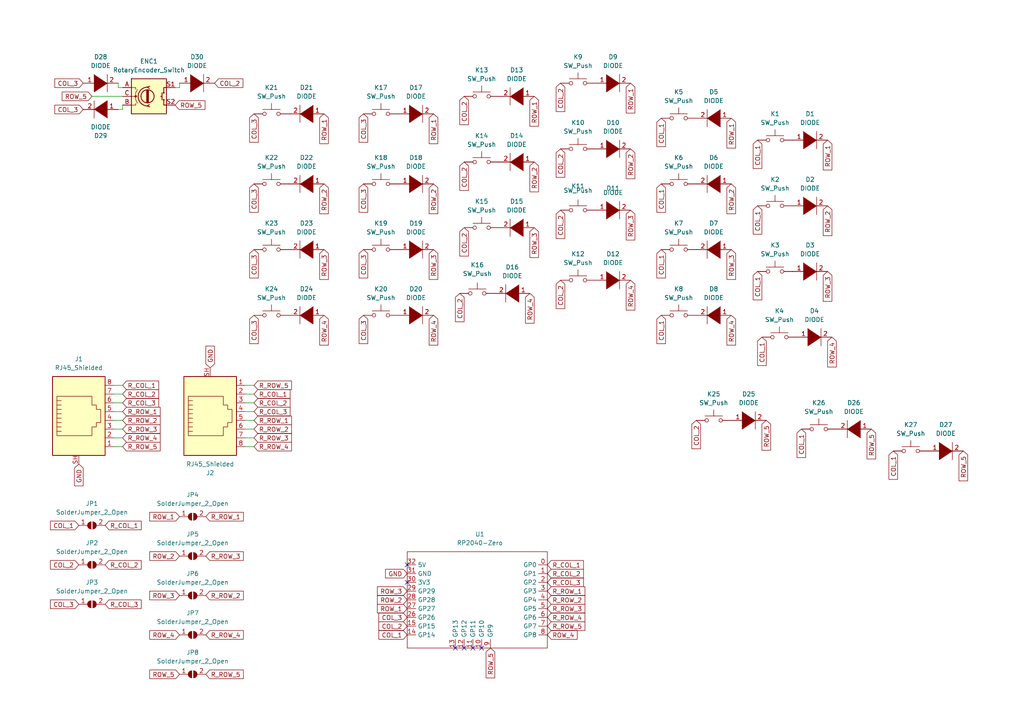
<source format=kicad_sch>
(kicad_sch (version 20231120) (generator "eeschema") (generator_version "8.0")
  (paper "A4")
  (title_block (title "wetsocks64k") (rev "2") (company "Ecto"))
  (lib_symbols
    (symbol "$custom_symbols:RJ45_Shielded" (pin_names (offset 1.016))
      (property "Reference" "J" (at 0 17.78 0))
      (property "Value" "RJ45_Shielded" (at 0 15.24 0))
      (symbol "RJ45_Shielded_0_1"
        (rectangle (start -7.62 12.7) (end 7.62 -10.16) (stroke (width 0.254)) (fill (type background)))
        (polyline (pts (xy -5.08 4.445) (xy -6.35 4.445)))
        (polyline (pts (xy -5.08 5.715) (xy -6.35 5.715)))
        (polyline (pts (xy -6.35 -3.175) (xy -5.08 -3.175) (xy -5.08 -3.175)))
        (polyline (pts (xy -6.35 -1.905) (xy -5.08 -1.905) (xy -5.08 -1.905)))
        (polyline (pts (xy -6.35 -0.635) (xy -5.08 -0.635) (xy -5.08 -0.635)))
        (polyline (pts (xy -6.35 0.635) (xy -5.08 0.635) (xy -5.08 0.635)))
        (polyline (pts (xy -6.35 1.905) (xy -5.08 1.905) (xy -5.08 1.905)))
        (polyline (pts (xy -5.08 3.175) (xy -6.35 3.175) (xy -6.35 3.175)))
        (polyline (pts (xy -6.35 -4.445) (xy -6.35 6.985) (xy 3.81 6.985) (xy 3.81 4.445) (xy 5.08 4.445) (xy 5.08 3.175) (xy 6.35 3.175) (xy 6.35 -0.635) (xy 5.08 -0.635) (xy 5.08 -1.905) (xy 3.81 -1.905) (xy 3.81 -4.445) (xy -6.35 -4.445) (xy -6.35 -4.445)))
      )
      (symbol "RJ45_Shielded_1_1"
        (pin passive line (at 10.16 -7.62 180) (length 2.54) (name "~") (number "1"))
        (pin passive line (at 10.16 -5.08 180) (length 2.54) (name "~") (number "2"))
        (pin passive line (at 10.16 -2.54 180) (length 2.54) (name "~") (number "3"))
        (pin passive line (at 10.16 0 180) (length 2.54) (name "~") (number "4"))
        (pin passive line (at 10.16 2.54 180) (length 2.54) (name "~") (number "5"))
        (pin passive line (at 10.16 5.08 180) (length 2.54) (name "~") (number "6"))
        (pin passive line (at 10.16 7.62 180) (length 2.54) (name "~") (number "7"))
        (pin passive line (at 10.16 10.16 180) (length 2.54) (name "~") (number "8"))
        (pin passive line (at 0 -12.7 90) (length 2.54) (name "~") (number "SH"))
      )
    )
    (symbol "DIODE_1" (pin_names (offset 1.016) hide)
      (property "Reference" "D24" (at 0 7.62 0))
      (property "Value" "DIODE" (at 0 5.08 0))
      (symbol "DIODE_1_0_1"
        (polyline (pts (xy 1.905 2.54) (xy 1.905 -2.54)))
        (polyline (pts (xy -1.905 2.54) (xy -1.905 -2.54) (xy 1.905 0)) (fill (type outline)))
      )
      (symbol "DIODE_1_1_1"
        (pin input line (at -5.08 0 0) (length 3.81) (name "K") (number "1"))
        (pin input line (at 5.08 0 180) (length 3.81) (name "A") (number "2"))
      )
    )
    (symbol "Device:RotaryEncoder_Switch" (pin_names (offset 0.254) hide)
      (property "Reference" "ENC1" (at 0 10.16 0))
      (property "Value" "RotaryEncoder_Switch" (at 0 7.62 0))
      (symbol "RotaryEncoder_Switch_0_1"
        (rectangle (start -5.08 5.08) (end 5.08 -5.08) (stroke (width 0.254)) (fill (type background)))
        (circle (center -3.81 0) (radius 0.254) (fill (type outline)))
        (circle (center -0.381 0) (radius 1.905) (stroke (width 0.254)))
        (arc (start -0.381 2.667) (mid -3.0988 -0.0635) (end -0.381 -2.794) (stroke (width 0.254)))
        (polyline (pts (xy -0.635 -1.778) (xy -0.635 1.778)) (stroke (width 0.254)))
        (polyline (pts (xy -0.381 -1.778) (xy -0.381 1.778)) (stroke (width 0.254)))
        (polyline (pts (xy -0.127 1.778) (xy -0.127 -1.778)) (stroke (width 0.254)))
        (polyline (pts (xy 3.81 0) (xy 3.429 0)) (stroke (width 0.254)))
        (polyline (pts (xy 3.81 1.016) (xy 3.81 -1.016)) (stroke (width 0.254)))
        (polyline (pts (xy -5.08 -2.54) (xy -3.81 -2.54) (xy -3.81 -2.032)))
        (polyline (pts (xy -5.08 2.54) (xy -3.81 2.54) (xy -3.81 2.032)))
        (polyline (pts (xy 0.254 -3.048) (xy -0.508 -2.794) (xy 0.127 -2.413)) (stroke (width 0.254)))
        (polyline (pts (xy 0.254 2.921) (xy -0.508 2.667) (xy 0.127 2.286)) (stroke (width 0.254)))
        (polyline (pts (xy 5.08 -2.54) (xy 4.318 -2.54) (xy 4.318 -1.016)) (stroke (width 0.254)))
        (polyline (pts (xy 5.08 2.54) (xy 4.318 2.54) (xy 4.318 1.016)) (stroke (width 0.254)))
        (polyline (pts (xy -5.08 0) (xy -3.81 0) (xy -3.81 -1.016) (xy -3.302 -2.032)))
        (polyline (pts (xy -4.318 0) (xy -3.81 0) (xy -3.81 1.016) (xy -3.302 2.032)))
        (circle (center 4.318 -1.016) (radius 0.127) (stroke (width 0.254)))
        (circle (center 4.318 1.016) (radius 0.127) (stroke (width 0.254)))
      )
      (symbol "RotaryEncoder_Switch_1_1"
        (pin passive line (at -7.62 2.54 0) (length 2.54) (name "A") (number "A"))
        (pin passive line (at -7.62 -2.54 0) (length 2.54) (name "B") (number "B"))
        (pin passive line (at -7.62 0 0) (length 2.54) (name "C") (number "C"))
        (pin passive line (at 7.62 2.54 180) (length 2.54) (name "S1") (number "S1"))
        (pin passive line (at 7.62 -2.54 180) (length 2.54) (name "S2") (number "S2"))
      )
    )
    (symbol "Jumper:SolderJumper_2_Open" (pin_names (offset 0) hide)
      (property "Reference" "JP" (at 0 2.032 0))
      (property "Value" "SolderJumper_2_Open" (at 0 -2.54 0))
      (symbol "SolderJumper_2_Open_0_1"
        (arc (start -0.254 1.016) (mid -1.2656 0) (end -0.254 -1.016))
        (arc (start -0.254 1.016) (mid -1.2656 0) (end -0.254 -1.016) (fill (type outline)))
        (polyline (pts (xy -0.254 1.016) (xy -0.254 -1.016)))
        (polyline (pts (xy 0.254 1.016) (xy 0.254 -1.016)))
        (arc (start 0.254 -1.016) (mid 1.2656 0) (end 0.254 1.016))
        (arc (start 0.254 -1.016) (mid 1.2656 0) (end 0.254 1.016) (fill (type outline)))
      )
      (symbol "SolderJumper_2_Open_1_1"
        (pin passive line (at -3.81 0 0) (length 2.54) (name "A") (number "1"))
        (pin passive line (at 3.81 0 180) (length 2.54) (name "B") (number "2"))
      )
    )
    (symbol "custom_parts:DIODE" (pin_names (offset 1.016) hide)
      (property "Reference" "D24" (at 0 7.62 0))
      (property "Value" "DIODE" (at 0 5.08 0))
      (symbol "DIODE_0_1"
        (polyline (pts (xy 1.905 2.54) (xy 1.905 -2.54)))
        (polyline (pts (xy -1.905 2.54) (xy -1.905 -2.54) (xy 1.905 0)) (fill (type outline)))
      )
      (symbol "DIODE_1_1"
        (pin input line (at -5.08 0 0) (length 3.81) (name "K") (number "1"))
        (pin input line (at 5.08 0 180) (length 3.81) (name "A") (number "2"))
      )
    )
    (symbol "custom_parts:RP2040-Zero"
      (property "Reference" "U1" (at -5.5959 41.91 0))
      (property "Value" "RP2040-Zero" (at -5.5959 39.37 0))
      (symbol "RP2040-Zero_0_0"
        (text "" (at 13.97 13.97 0) (effects (font (size 1.27 1.27))))
        (text "" (at 15.24 21.59 0) (effects (font (size 1.27 1.27))))
      )
      (symbol "RP2040-Zero_0_1"
        (rectangle (start -26.67 36.83) (end 13.97 8.89))
      )
      (symbol "RP2040-Zero_1_1"
        (pin bidirectional line (at 13.97 33.02 180) (length 2.54) (name "GP0") (number "0"))
        (pin bidirectional line (at 13.97 30.48 180) (length 2.54) (name "GP1") (number "1"))
        (pin bidirectional line (at -5.08 8.89 90) (length 2.54) (name "GP10") (number "10"))
        (pin bidirectional line (at -7.62 8.89 90) (length 2.54) (name "GP11") (number "11"))
        (pin bidirectional line (at -10.16 8.89 90) (length 2.54) (name "GP12") (number "12"))
        (pin bidirectional line (at -12.7 8.89 90) (length 2.54) (name "GP13") (number "13"))
        (pin bidirectional line (at -26.67 12.7 0) (length 2.54) (name "GP14") (number "14"))
        (pin bidirectional line (at -26.67 15.24 0) (length 2.54) (name "GP15") (number "15"))
        (pin bidirectional line (at 13.97 27.94 180) (length 2.54) (name "GP2") (number "2"))
        (pin bidirectional line (at -26.67 17.78 0) (length 2.54) (name "GP26") (number "26"))
        (pin bidirectional line (at -26.67 20.32 0) (length 2.54) (name "GP27") (number "27"))
        (pin bidirectional line (at -26.67 22.86 0) (length 2.54) (name "GP28") (number "28"))
        (pin bidirectional line (at -26.67 25.4 0) (length 2.54) (name "GP29") (number "29"))
        (pin bidirectional line (at 13.97 25.4 180) (length 2.54) (name "GP3") (number "3"))
        (pin power_out line (at -26.67 27.94 0) (length 2.54) (name "3V3") (number "30"))
        (pin passive line (at -26.67 30.48 0) (length 2.54) (name "GND") (number "31"))
        (pin power_out line (at -26.67 33.02 0) (length 2.54) (name "5V") (number "32"))
        (pin bidirectional line (at 13.97 22.86 180) (length 2.54) (name "GP4") (number "4"))
        (pin bidirectional line (at 13.97 20.32 180) (length 2.54) (name "GP5") (number "5"))
        (pin bidirectional line (at 13.97 17.78 180) (length 2.54) (name "GP6") (number "6"))
        (pin bidirectional line (at 13.97 15.24 180) (length 2.54) (name "GP7") (number "7"))
        (pin bidirectional line (at 13.97 12.7 180) (length 2.54) (name "GP8") (number "8"))
        (pin bidirectional line (at -2.54 8.89 90) (length 2.54) (name "GP9") (number "9"))
      )
    )
    (symbol "custom_parts:SW_Push" (pin_numbers hide) (pin_names (offset 1.016) hide)
      (property "Reference" "K21" (at 0 8.255 0))
      (property "Value" "SW_Push" (at 0 5.715 0))
      (symbol "SW_Push_0_1"
        (circle (center -2.032 0) (radius 0.508))
        (polyline (pts (xy 0 1.27) (xy 0 3.048)))
        (polyline (pts (xy 2.54 1.27) (xy -2.54 1.27)))
        (circle (center 2.032 0) (radius 0.508))
        (pin passive line (at -5.08 0 0) (length 2.54) (name "1") (number "1"))
        (pin passive line (at 5.08 0 180) (length 2.54) (name "2") (number "2"))
      )
    )
  )
  (no_connect (at 139.7 187.96))
  (no_connect (at 132.08 187.96))
  (no_connect (at 118.11 163.83))
  (no_connect (at 118.11 168.91))
  (no_connect (at 137.16 187.96))
  (no_connect (at 134.62 187.96))
  (wire (pts (xy 71.12 114.3) (xy 73.66 114.3)))
  (wire (pts (xy 35.56 124.46) (xy 33.02 124.46)))
  (wire (pts (xy 71.12 127) (xy 73.66 127)))
  (wire (pts (xy 35.56 31.75) (xy 35.56 30.48)))
  (wire (pts (xy 52.07 24.13) (xy 52.07 25.4)))
  (wire (pts (xy 35.56 114.3) (xy 33.02 114.3)))
  (wire (pts (xy 71.12 121.92) (xy 73.66 121.92)))
  (wire (pts (xy 52.07 25.4) (xy 50.8 25.4)))
  (wire (pts (xy 34.29 31.75) (xy 35.56 31.75)))
  (wire (pts (xy 71.12 129.54) (xy 73.66 129.54)))
  (wire (pts (xy 35.56 111.76) (xy 33.02 111.76)))
  (wire (pts (xy 35.56 121.92) (xy 33.02 121.92)))
  (wire (pts (xy 35.56 116.84) (xy 33.02 116.84)))
  (wire (pts (xy 26.67 27.94) (xy 35.56 27.94)))
  (wire (pts (xy 71.12 111.76) (xy 73.66 111.76)))
  (wire (pts (xy 34.29 25.4) (xy 35.56 25.4)))
  (wire (pts (xy 35.56 129.54) (xy 33.02 129.54)))
  (wire (pts (xy 35.56 119.38) (xy 33.02 119.38)))
  (wire (pts (xy 34.29 24.13) (xy 34.29 25.4)))
  (wire (pts (xy 71.12 116.84) (xy 73.66 116.84)))
  (wire (pts (xy 35.56 127) (xy 33.02 127)))
  (wire (pts (xy 71.12 124.46) (xy 73.66 124.46)))
  (wire (pts (xy 71.12 119.38) (xy 73.66 119.38)))
  (global_label "R_ROW_4" (shape input) (at 59.69 184.15 0) (property "Intersheetrefs" "${INTERSHEET_REFS}" (effects (hide yes))))
  (global_label "COL_1" (shape input) (at 219.71 78.74 270) (property "Intersheetrefs" "${INTERSHEET_REFS}" (effects (hide yes))))
  (global_label "ROW_5" (shape input) (at 52.07 195.58 180) (property "Intersheetrefs" "${INTERSHEET_REFS}" (effects (hide yes))))
  (global_label "ROW_5" (shape input) (at 142.24 187.96 270) (property "Intersheetrefs" "${INTERSHEET_REFS}" (effects (hide yes))))
  (global_label "COL_2" (shape input) (at 62.23 24.13 0) (property "Intersheetrefs" "${INTERSHEET_REFS}" (effects (hide yes))))
  (global_label "R_COL_1" (shape input) (at 73.66 114.3 0) (property "Intersheetrefs" "${INTERSHEET_REFS}" (effects (hide yes))))
  (global_label "R_ROW_2" (shape input) (at 73.66 124.46 0) (property "Intersheetrefs" "${INTERSHEET_REFS}" (effects (hide yes))))
  (global_label "COL_1" (shape input) (at 259.08 130.81 270) (property "Intersheetrefs" "${INTERSHEET_REFS}" (effects (hide yes))))
  (global_label "R_COL_2" (shape input) (at 73.66 116.84 0) (property "Intersheetrefs" "${INTERSHEET_REFS}" (effects (hide yes))))
  (global_label "R_COL_2" (shape input) (at 158.75 166.37 0) (property "Intersheetrefs" "${INTERSHEET_REFS}" (effects (hide yes))))
  (global_label "ROW_4" (shape input) (at 52.07 184.15 180) (property "Intersheetrefs" "${INTERSHEET_REFS}" (effects (hide yes))))
  (global_label "R_ROW_3" (shape input) (at 158.75 176.53 0) (property "Intersheetrefs" "${INTERSHEET_REFS}" (effects (hide yes))))
  (global_label "COL_1" (shape input) (at 191.77 72.39 270) (property "Intersheetrefs" "${INTERSHEET_REFS}" (effects (hide yes))))
  (global_label "ROW_2" (shape input) (at 182.88 43.18 270) (property "Intersheetrefs" "${INTERSHEET_REFS}" (effects (hide yes))))
  (global_label "COL_3" (shape input) (at 118.11 179.07 180) (property "Intersheetrefs" "${INTERSHEET_REFS}" (effects (hide yes))))
  (global_label "COL_1" (shape input) (at 191.77 53.34 270) (property "Intersheetrefs" "${INTERSHEET_REFS}" (effects (hide yes))))
  (global_label "COL_3" (shape input) (at 73.66 91.44 270) (property "Intersheetrefs" "${INTERSHEET_REFS}" (effects (hide yes))))
  (global_label "ROW_2" (shape input) (at 118.11 173.99 180) (property "Intersheetrefs" "${INTERSHEET_REFS}" (effects (hide yes))))
  (global_label "R_COL_3" (shape input) (at 158.75 168.91 0) (property "Intersheetrefs" "${INTERSHEET_REFS}" (effects (hide yes))))
  (global_label "R_ROW_5" (shape input) (at 35.56 129.54 0) (property "Intersheetrefs" "${INTERSHEET_REFS}" (effects (hide yes))))
  (global_label "R_COL_1" (shape input) (at 30.48 152.4 0) (property "Intersheetrefs" "${INTERSHEET_REFS}" (effects (hide yes))))
  (global_label "COL_3" (shape input) (at 105.41 91.44 270) (property "Intersheetrefs" "${INTERSHEET_REFS}" (effects (hide yes))))
  (global_label "ROW_3" (shape input) (at 125.73 72.39 270) (property "Intersheetrefs" "${INTERSHEET_REFS}" (effects (hide yes))))
  (global_label "ROW_2" (shape input) (at 52.07 161.29 180) (property "Intersheetrefs" "${INTERSHEET_REFS}" (effects (hide yes))))
  (global_label "R_COL_1" (shape input) (at 35.56 111.76 0) (property "Intersheetrefs" "${INTERSHEET_REFS}" (effects (hide yes))))
  (global_label "COL_2" (shape input) (at 134.62 46.99 270) (property "Intersheetrefs" "${INTERSHEET_REFS}" (effects (hide yes))))
  (global_label "ROW_1" (shape input) (at 125.73 33.02 270) (property "Intersheetrefs" "${INTERSHEET_REFS}" (effects (hide yes))))
  (global_label "ROW_5" (shape input) (at 26.67 27.94 180) (property "Intersheetrefs" "${INTERSHEET_REFS}" (effects (hide yes))))
  (global_label "ROW_2" (shape input) (at 240.03 59.69 270) (property "Intersheetrefs" "${INTERSHEET_REFS}" (effects (hide yes))))
  (global_label "R_COL_2" (shape input) (at 35.56 114.3 0) (property "Intersheetrefs" "${INTERSHEET_REFS}" (effects (hide yes))))
  (global_label "ROW_3" (shape input) (at 154.94 66.04 270) (property "Intersheetrefs" "${INTERSHEET_REFS}" (effects (hide yes))))
  (global_label "R_ROW_4" (shape input) (at 35.56 127 0) (property "Intersheetrefs" "${INTERSHEET_REFS}" (effects (hide yes))))
  (global_label "COL_2" (shape input) (at 162.56 81.28 270) (property "Intersheetrefs" "${INTERSHEET_REFS}" (effects (hide yes))))
  (global_label "COL_3" (shape input) (at 105.41 72.39 270) (property "Intersheetrefs" "${INTERSHEET_REFS}" (effects (hide yes))))
  (global_label "COL_3" (shape input) (at 105.41 33.02 270) (property "Intersheetrefs" "${INTERSHEET_REFS}" (effects (hide yes))))
  (global_label "ROW_1" (shape input) (at 93.98 33.02 270) (property "Intersheetrefs" "${INTERSHEET_REFS}" (effects (hide yes))))
  (global_label "COL_1" (shape input) (at 219.71 59.69 270) (property "Intersheetrefs" "${INTERSHEET_REFS}" (effects (hide yes))))
  (global_label "R_ROW_3" (shape input) (at 35.56 124.46 0) (property "Intersheetrefs" "${INTERSHEET_REFS}" (effects (hide yes))))
  (global_label "ROW_4" (shape input) (at 125.73 91.44 270) (property "Intersheetrefs" "${INTERSHEET_REFS}" (effects (hide yes))))
  (global_label "COL_2" (shape input) (at 162.56 43.18 270) (property "Intersheetrefs" "${INTERSHEET_REFS}" (effects (hide yes))))
  (global_label "R_ROW_2" (shape input) (at 59.69 172.72 0) (property "Intersheetrefs" "${INTERSHEET_REFS}" (effects (hide yes))))
  (global_label "R_COL_2" (shape input) (at 30.48 163.83 0) (property "Intersheetrefs" "${INTERSHEET_REFS}" (effects (hide yes))))
  (global_label "ROW_1" (shape input) (at 118.11 176.53 180) (property "Intersheetrefs" "${INTERSHEET_REFS}" (effects (hide yes))))
  (global_label "ROW_4" (shape input) (at 93.98 91.44 270) (property "Intersheetrefs" "${INTERSHEET_REFS}" (effects (hide yes))))
  (global_label "COL_3" (shape input) (at 22.86 175.26 180) (property "Intersheetrefs" "${INTERSHEET_REFS}" (effects (hide yes))))
  (global_label "ROW_3" (shape input) (at 118.11 171.45 180) (property "Intersheetrefs" "${INTERSHEET_REFS}" (effects (hide yes))))
  (global_label "R_COL_3" (shape input) (at 30.48 175.26 0) (property "Intersheetrefs" "${INTERSHEET_REFS}" (effects (hide yes))))
  (global_label "R_ROW_2" (shape input) (at 158.75 173.99 0) (property "Intersheetrefs" "${INTERSHEET_REFS}" (effects (hide yes))))
  (global_label "R_ROW_4" (shape input) (at 73.66 129.54 0) (property "Intersheetrefs" "${INTERSHEET_REFS}" (effects (hide yes))))
  (global_label "GND" (shape input) (at 22.86 134.62 270) (property "Intersheetrefs" "${INTERSHEET_REFS}" (effects (hide yes))))
  (global_label "ROW_1" (shape input) (at 52.07 149.86 180) (property "Intersheetrefs" "${INTERSHEET_REFS}" (effects (hide yes))))
  (global_label "ROW_5" (shape input) (at 252.73 124.46 270) (property "Intersheetrefs" "${INTERSHEET_REFS}" (effects (hide yes))))
  (global_label "ROW_2" (shape input) (at 125.73 53.34 270) (property "Intersheetrefs" "${INTERSHEET_REFS}" (effects (hide yes))))
  (global_label "GND" (shape input) (at 118.11 166.37 180) (property "Intersheetrefs" "${INTERSHEET_REFS}" (effects (hide yes))))
  (global_label "R_ROW_4" (shape input) (at 158.75 179.07 0) (property "Intersheetrefs" "${INTERSHEET_REFS}" (effects (hide yes))))
  (global_label "COL_1" (shape input) (at 22.86 152.4 180) (property "Intersheetrefs" "${INTERSHEET_REFS}" (effects (hide yes))))
  (global_label "COL_2" (shape input) (at 201.93 121.92 270) (property "Intersheetrefs" "${INTERSHEET_REFS}" (effects (hide yes))))
  (global_label "COL_3" (shape input) (at 24.13 24.13 180) (property "Intersheetrefs" "${INTERSHEET_REFS}" (effects (hide yes))))
  (global_label "COL_3" (shape input) (at 105.41 53.34 270) (property "Intersheetrefs" "${INTERSHEET_REFS}" (effects (hide yes))))
  (global_label "COL_3" (shape input) (at 73.66 53.34 270) (property "Intersheetrefs" "${INTERSHEET_REFS}" (effects (hide yes))))
  (global_label "ROW_3" (shape input) (at 240.03 78.74 270) (property "Intersheetrefs" "${INTERSHEET_REFS}" (effects (hide yes))))
  (global_label "R_ROW_5" (shape input) (at 59.69 195.58 0) (property "Intersheetrefs" "${INTERSHEET_REFS}" (effects (hide yes))))
  (global_label "GND" (shape input) (at 60.96 106.68 90) (property "Intersheetrefs" "${INTERSHEET_REFS}" (effects (hide yes))))
  (global_label "COL_1" (shape input) (at 191.77 34.29 270) (property "Intersheetrefs" "${INTERSHEET_REFS}" (effects (hide yes))))
  (global_label "COL_1" (shape input) (at 219.71 40.64 270) (property "Intersheetrefs" "${INTERSHEET_REFS}" (effects (hide yes))))
  (global_label "COL_2" (shape input) (at 134.62 27.94 270) (property "Intersheetrefs" "${INTERSHEET_REFS}" (effects (hide yes))))
  (global_label "R_ROW_1" (shape input) (at 73.66 121.92 0) (property "Intersheetrefs" "${INTERSHEET_REFS}" (effects (hide yes))))
  (global_label "COL_1" (shape input) (at 191.77 91.44 270) (property "Intersheetrefs" "${INTERSHEET_REFS}" (effects (hide yes))))
  (global_label "COL_3" (shape input) (at 73.66 72.39 270) (property "Intersheetrefs" "${INTERSHEET_REFS}" (effects (hide yes))))
  (global_label "COL_2" (shape input) (at 162.56 60.96 270) (property "Intersheetrefs" "${INTERSHEET_REFS}" (effects (hide yes))))
  (global_label "ROW_1" (shape input) (at 212.09 34.29 270) (property "Intersheetrefs" "${INTERSHEET_REFS}" (effects (hide yes))))
  (global_label "ROW_4" (shape input) (at 158.75 184.15 0) (property "Intersheetrefs" "${INTERSHEET_REFS}" (effects (hide yes))))
  (global_label "ROW_2" (shape input) (at 154.94 46.99 270) (property "Intersheetrefs" "${INTERSHEET_REFS}" (effects (hide yes))))
  (global_label "ROW_3" (shape input) (at 93.98 72.39 270) (property "Intersheetrefs" "${INTERSHEET_REFS}" (effects (hide yes))))
  (global_label "R_ROW_3" (shape input) (at 59.69 161.29 0) (property "Intersheetrefs" "${INTERSHEET_REFS}" (effects (hide yes))))
  (global_label "ROW_1" (shape input) (at 240.03 40.64 270) (property "Intersheetrefs" "${INTERSHEET_REFS}" (effects (hide yes))))
  (global_label "R_ROW_1" (shape input) (at 35.56 119.38 0) (property "Intersheetrefs" "${INTERSHEET_REFS}" (effects (hide yes))))
  (global_label "COL_2" (shape input) (at 118.11 181.61 180) (property "Intersheetrefs" "${INTERSHEET_REFS}" (effects (hide yes))))
  (global_label "COL_2" (shape input) (at 134.62 66.04 270) (property "Intersheetrefs" "${INTERSHEET_REFS}" (effects (hide yes))))
  (global_label "ROW_5" (shape input) (at 279.4 130.81 270) (property "Intersheetrefs" "${INTERSHEET_REFS}" (effects (hide yes))))
  (global_label "ROW_2" (shape input) (at 212.09 53.34 270) (property "Intersheetrefs" "${INTERSHEET_REFS}" (effects (hide yes))))
  (global_label "R_ROW_1" (shape input) (at 59.69 149.86 0) (property "Intersheetrefs" "${INTERSHEET_REFS}" (effects (hide yes))))
  (global_label "ROW_3" (shape input) (at 212.09 72.39 270) (property "Intersheetrefs" "${INTERSHEET_REFS}" (effects (hide yes))))
  (global_label "R_COL_1" (shape input) (at 158.75 163.83 0) (property "Intersheetrefs" "${INTERSHEET_REFS}" (effects (hide yes))))
  (global_label "COL_2" (shape input) (at 162.56 24.13 270) (property "Intersheetrefs" "${INTERSHEET_REFS}" (effects (hide yes))))
  (global_label "R_COL_3" (shape input) (at 73.66 119.38 0) (property "Intersheetrefs" "${INTERSHEET_REFS}" (effects (hide yes))))
  (global_label "COL_1" (shape input) (at 232.41 124.46 270) (property "Intersheetrefs" "${INTERSHEET_REFS}" (effects (hide yes))))
  (global_label "ROW_4" (shape input) (at 241.3 97.79 270) (property "Intersheetrefs" "${INTERSHEET_REFS}" (effects (hide yes))))
  (global_label "ROW_5" (shape input) (at 50.8 30.48 0) (property "Intersheetrefs" "${INTERSHEET_REFS}" (effects (hide yes))))
  (global_label "ROW_1" (shape input) (at 154.94 27.94 270) (property "Intersheetrefs" "${INTERSHEET_REFS}" (effects (hide yes))))
  (global_label "ROW_5" (shape input) (at 222.25 121.92 270) (property "Intersheetrefs" "${INTERSHEET_REFS}" (effects (hide yes))))
  (global_label "ROW_3" (shape input) (at 52.07 172.72 180) (property "Intersheetrefs" "${INTERSHEET_REFS}" (effects (hide yes))))
  (global_label "R_ROW_5" (shape input) (at 73.66 111.76 0) (property "Intersheetrefs" "${INTERSHEET_REFS}" (effects (hide yes))))
  (global_label "R_ROW_5" (shape input) (at 158.75 181.61 0) (property "Intersheetrefs" "${INTERSHEET_REFS}" (effects (hide yes))))
  (global_label "R_COL_3" (shape input) (at 35.56 116.84 0) (property "Intersheetrefs" "${INTERSHEET_REFS}" (effects (hide yes))))
  (global_label "ROW_3" (shape input) (at 182.88 60.96 270) (property "Intersheetrefs" "${INTERSHEET_REFS}" (effects (hide yes))))
  (global_label "ROW_4" (shape input) (at 153.67 85.09 270) (property "Intersheetrefs" "${INTERSHEET_REFS}" (effects (hide yes))))
  (global_label "ROW_4" (shape input) (at 212.09 91.44 270) (property "Intersheetrefs" "${INTERSHEET_REFS}" (effects (hide yes))))
  (global_label "ROW_1" (shape input) (at 182.88 24.13 270) (property "Intersheetrefs" "${INTERSHEET_REFS}" (effects (hide yes))))
  (global_label "R_ROW_2" (shape input) (at 35.56 121.92 0) (property "Intersheetrefs" "${INTERSHEET_REFS}" (effects (hide yes))))
  (global_label "COL_3" (shape input) (at 73.66 33.02 270) (property "Intersheetrefs" "${INTERSHEET_REFS}" (effects (hide yes))))
  (global_label "COL_2" (shape input) (at 22.86 163.83 180) (property "Intersheetrefs" "${INTERSHEET_REFS}" (effects (hide yes))))
  (global_label "COL_1" (shape input) (at 220.98 97.79 270) (property "Intersheetrefs" "${INTERSHEET_REFS}" (effects (hide yes))))
  (global_label "COL_2" (shape input) (at 133.35 85.09 270) (property "Intersheetrefs" "${INTERSHEET_REFS}" (effects (hide yes))))
  (global_label "R_ROW_1" (shape input) (at 158.75 171.45 0) (property "Intersheetrefs" "${INTERSHEET_REFS}" (effects (hide yes))))
  (global_label "ROW_2" (shape input) (at 93.98 53.34 270) (property "Intersheetrefs" "${INTERSHEET_REFS}" (effects (hide yes))))
  (global_label "ROW_4" (shape input) (at 182.88 81.28 270) (property "Intersheetrefs" "${INTERSHEET_REFS}" (effects (hide yes))))
  (global_label "R_ROW_3" (shape input) (at 73.66 127 0) (property "Intersheetrefs" "${INTERSHEET_REFS}" (effects (hide yes))))
  (global_label "COL_1" (shape input) (at 118.11 184.15 180) (property "Intersheetrefs" "${INTERSHEET_REFS}" (effects (hide yes))))
  (global_label "COL_3" (shape input) (at 24.13 31.75 180) (property "Intersheetrefs" "${INTERSHEET_REFS}" (effects (hide yes))))
  (symbol (lib_id "custom_parts:SW_Push") (at 224.79 59.69 0) (unit 1)
    (property "Reference" "K2" (at 224.79 52.07 0))
    (property "Value" "SW_Push" (at 224.79 54.61 0))
    (property "Footprint" "Keyboard switches custom:Kailh_socket_MX_optional_reversible" (effects (hide yes)))
    (property "Description" "Push button switch, generic, two pins" (effects (hide yes)))
  )
  (symbol (lib_id "custom_parts:DIODE") (at 88.9 72.39 0) (mirror y) (unit 1)
    (property "Reference" "D23" (at 88.9 64.77 0))
    (property "Value" "DIODE" (at 88.9 67.31 0))
    (property "Footprint" "Keebio-Parts.pretty-master:Diode-dual" (effects (hide yes)))
  )
  (symbol (lib_id "Jumper:SolderJumper_2_Open") (at 55.88 184.15 0) (unit 1)
    (property "Reference" "JP7" (at 55.88 177.8 0))
    (property "Value" "SolderJumper_2_Open" (at 55.88 180.34 0))
    (property "Footprint" "Jumper:SolderJumper-2_P1.3mm_Open_TrianglePad1.0x1.5mm" (effects (hide yes)))
  )
  (symbol (lib_id "custom_parts:SW_Push") (at 138.43 85.09 0) (unit 1)
    (property "Reference" "K16" (at 138.43 76.835 0))
    (property "Value" "SW_Push" (at 138.43 79.375 0))
    (property "Footprint" "Keyboard switches custom:Kailh_socket_MX_optional_reversible" (effects (hide yes)))
    (property "Description" "Push button switch, generic, two pins" (effects (hide yes)))
  )
  (symbol (lib_id "Jumper:SolderJumper_2_Open") (at 55.88 172.72 0) (unit 1)
    (property "Reference" "JP6" (at 55.88 166.37 0))
    (property "Value" "SolderJumper_2_Open" (at 55.88 168.91 0))
    (property "Footprint" "Jumper:SolderJumper-2_P1.3mm_Open_TrianglePad1.0x1.5mm" (effects (hide yes)))
  )
  (symbol (lib_id "Jumper:SolderJumper_2_Open") (at 55.88 161.29 0) (unit 1)
    (property "Reference" "JP5" (at 55.88 154.94 0))
    (property "Value" "SolderJumper_2_Open" (at 55.88 157.48 0))
    (property "Footprint" "Jumper:SolderJumper-2_P1.3mm_Open_TrianglePad1.0x1.5mm" (effects (hide yes)))
  )
  (symbol (lib_id "custom_parts:SW_Push") (at 207.01 121.92 0) (unit 1)
    (property "Reference" "K25" (at 207.01 114.3 0))
    (property "Value" "SW_Push" (at 207.01 116.84 0))
    (property "Footprint" "Keyboard switches custom:Kailh_socket_MX_optional_reversible" (effects (hide yes)))
    (property "Description" "Push button switch, generic, two pins" (effects (hide yes)))
  )
  (symbol (lib_id "custom_parts:DIODE") (at 149.86 27.94 0) (mirror y) (unit 1)
    (property "Reference" "D13" (at 149.86 20.32 0))
    (property "Value" "DIODE" (at 149.86 22.86 0))
    (property "Footprint" "Keebio-Parts.pretty-master:Diode-dual" (effects (hide yes)))
  )
  (symbol (lib_id "custom_parts:DIODE") (at 149.86 66.04 0) (mirror y) (unit 1)
    (property "Reference" "D15" (at 149.86 58.42 0))
    (property "Value" "DIODE" (at 149.86 60.96 0))
    (property "Footprint" "Keebio-Parts.pretty-master:Diode-dual" (effects (hide yes)))
  )
  (symbol (lib_id "custom_parts:SW_Push") (at 167.64 43.18 0) (unit 1)
    (property "Reference" "K10" (at 167.64 35.56 0))
    (property "Value" "SW_Push" (at 167.64 38.1 0))
    (property "Footprint" "Keyboard switches custom:Kailh_socket_MX_optional_reversible" (effects (hide yes)))
    (property "Description" "Push button switch, generic, two pins" (effects (hide yes)))
  )
  (symbol (lib_id "custom_parts:SW_Push") (at 78.74 72.39 0) (unit 1)
    (property "Reference" "K23" (at 78.74 64.77 0))
    (property "Value" "SW_Push" (at 78.74 67.31 0))
    (property "Footprint" "Keyboard switches custom:Kailh_socket_MX_optional_reversible" (effects (hide yes)))
    (property "Description" "Push button switch, generic, two pins" (effects (hide yes)))
  )
  (symbol (lib_id "custom_parts:SW_Push") (at 110.49 72.39 0) (unit 1)
    (property "Reference" "K19" (at 110.49 64.77 0))
    (property "Value" "SW_Push" (at 110.49 67.31 0))
    (property "Footprint" "Keyboard switches custom:Kailh_socket_MX_optional_reversible" (effects (hide yes)))
    (property "Description" "Push button switch, generic, two pins" (effects (hide yes)))
  )
  (symbol (lib_id "custom_parts:DIODE") (at 29.21 31.75 180) (unit 1)
    (property "Reference" "D29" (at 29.21 39.37 0))
    (property "Value" "DIODE" (at 29.21 36.83 0))
    (property "Footprint" "Keebio-Parts.pretty-master:Diode-dual" (effects (hide yes)))
  )
  (symbol (lib_id "custom_parts:DIODE") (at 274.32 130.81 0) (unit 1)
    (property "Reference" "D27" (at 274.32 123.19 0))
    (property "Value" "DIODE" (at 274.32 125.73 0))
    (property "Footprint" "Keebio-Parts.pretty-master:Diode-dual" (effects (hide yes)))
  )
  (symbol (lib_id "custom_parts:DIODE") (at 247.65 124.46 0) (mirror y) (unit 1)
    (property "Reference" "D26" (at 247.65 116.84 0))
    (property "Value" "DIODE" (at 247.65 119.38 0))
    (property "Footprint" "Keebio-Parts.pretty-master:Diode-dual" (effects (hide yes)))
  )
  (symbol (lib_id "custom_parts:DIODE") (at 120.65 53.34 0) (unit 1)
    (property "Reference" "D18" (at 120.65 45.72 0))
    (property "Value" "DIODE" (at 120.65 48.26 0))
    (property "Footprint" "Keebio-Parts.pretty-master:Diode-dual" (effects (hide yes)))
  )
  (symbol (lib_id "custom_parts:SW_Push") (at 224.79 40.64 0) (unit 1)
    (property "Reference" "K1" (at 224.79 33.02 0))
    (property "Value" "SW_Push" (at 224.79 35.56 0))
    (property "Footprint" "Keyboard switches custom:Kailh_socket_MX_optional_reversible" (effects (hide yes)))
    (property "Description" "Push button switch, generic, two pins" (effects (hide yes)))
  )
  (symbol (lib_id "custom_parts:DIODE") (at 88.9 33.02 0) (mirror y) (unit 1)
    (property "Reference" "D21" (at 88.9 25.4 0))
    (property "Value" "DIODE" (at 88.9 27.94 0))
    (property "Footprint" "Keebio-Parts.pretty-master:Diode-dual" (effects (hide yes)))
  )
  (symbol (lib_id "custom_parts:SW_Push") (at 167.64 81.28 0) (unit 1)
    (property "Reference" "K12" (at 167.64 73.66 0))
    (property "Value" "SW_Push" (at 167.64 76.2 0))
    (property "Footprint" "Keyboard switches custom:Kailh_socket_MX_optional_reversible" (effects (hide yes)))
    (property "Description" "Push button switch, generic, two pins" (effects (hide yes)))
  )
  (symbol (lib_id "Jumper:SolderJumper_2_Open") (at 26.67 152.4 0) (unit 1)
    (property "Reference" "JP1" (at 26.67 146.05 0))
    (property "Value" "SolderJumper_2_Open" (at 26.67 148.59 0))
    (property "Footprint" "Jumper:SolderJumper-2_P1.3mm_Open_TrianglePad1.0x1.5mm" (effects (hide yes)))
  )
  (symbol (lib_name "DIODE_1") (lib_id "custom_parts:DIODE") (at 29.21 24.13 0) (unit 1)
    (property "Reference" "D28" (at 29.21 16.51 0))
    (property "Value" "DIODE" (at 29.21 19.05 0))
    (property "Footprint" "Keebio-Parts.pretty-master:Diode-dual" (effects (hide yes)))
  )
  (symbol (lib_id "$custom_symbols:RJ45_Shielded") (at 22.86 121.92 0) (unit 1)
    (property "Reference" "J1" (at 22.86 104.14 0))
    (property "Value" "RJ45_Shielded" (at 22.86 106.68 0))
    (property "Footprint" "$custom_footprints:RJ45_Ninigi_GE" (effects (hide yes)))
  )
  (symbol (lib_id "custom_parts:DIODE") (at 177.8 43.18 0) (unit 1)
    (property "Reference" "D10" (at 177.8 35.56 0))
    (property "Value" "DIODE" (at 177.8 38.1 0))
    (property "Footprint" "Keebio-Parts.pretty-master:Diode-dual" (effects (hide yes)))
  )
  (symbol (lib_id "custom_parts:SW_Push") (at 78.74 53.34 0) (unit 1)
    (property "Reference" "K22" (at 78.74 45.72 0))
    (property "Value" "SW_Push" (at 78.74 48.26 0))
    (property "Footprint" "Keyboard switches custom:Kailh_socket_MX_optional_reversible" (effects (hide yes)))
    (property "Description" "Push button switch, generic, two pins" (effects (hide yes)))
  )
  (symbol (lib_id "custom_parts:SW_Push") (at 196.85 72.39 0) (unit 1)
    (property "Reference" "K7" (at 196.85 64.77 0))
    (property "Value" "SW_Push" (at 196.85 67.31 0))
    (property "Footprint" "Keyboard switches custom:Kailh_socket_MX_optional_reversible" (effects (hide yes)))
    (property "Description" "Push button switch, generic, two pins" (effects (hide yes)))
  )
  (symbol (lib_id "custom_parts:DIODE") (at 149.86 46.99 0) (mirror y) (unit 1)
    (property "Reference" "D14" (at 149.86 39.37 0))
    (property "Value" "DIODE" (at 149.86 41.91 0))
    (property "Footprint" "Keebio-Parts.pretty-master:Diode-dual" (effects (hide yes)))
  )
  (symbol (lib_id "custom_parts:SW_Push") (at 196.85 34.29 0) (unit 1)
    (property "Reference" "K5" (at 196.85 26.67 0))
    (property "Value" "SW_Push" (at 196.85 29.21 0))
    (property "Footprint" "Keyboard switches custom:Kailh_socket_MX_optional_reversible" (effects (hide yes)))
    (property "Description" "Push button switch, generic, two pins" (effects (hide yes)))
  )
  (symbol (lib_id "$custom_symbols:RJ45_Shielded") (at 60.96 119.38 0) (mirror x) (unit 1)
    (property "Reference" "J2" (at 60.96 137.16 0))
    (property "Value" "RJ45_Shielded" (at 60.96 134.62 0))
    (property "Footprint" "$custom_footprints:RJ45_Ninigi_GE" (effects (hide yes)))
  )
  (symbol (lib_id "Jumper:SolderJumper_2_Open") (at 55.88 149.86 0) (unit 1)
    (property "Reference" "JP4" (at 55.88 143.51 0))
    (property "Value" "SolderJumper_2_Open" (at 55.88 146.05 0))
    (property "Footprint" "Jumper:SolderJumper-2_P1.3mm_Open_TrianglePad1.0x1.5mm" (effects (hide yes)))
  )
  (symbol (lib_id "custom_parts:DIODE") (at 207.01 72.39 0) (mirror y) (unit 1)
    (property "Reference" "D7" (at 207.01 64.77 0))
    (property "Value" "DIODE" (at 207.01 67.31 0))
    (property "Footprint" "Keebio-Parts.pretty-master:Diode-dual" (effects (hide yes)))
  )
  (symbol (lib_id "custom_parts:SW_Push") (at 226.06 97.79 0) (unit 1)
    (property "Reference" "K4" (at 226.06 90.17 0))
    (property "Value" "SW_Push" (at 226.06 92.71 0))
    (property "Footprint" "Keyboard switches custom:Kailh_socket_MX_optional_reversible" (effects (hide yes)))
    (property "Description" "Push button switch, generic, two pins" (effects (hide yes)))
  )
  (symbol (lib_id "custom_parts:DIODE") (at 120.65 33.02 0) (unit 1)
    (property "Reference" "D17" (at 120.65 25.4 0))
    (property "Value" "DIODE" (at 120.65 27.94 0))
    (property "Footprint" "Keebio-Parts.pretty-master:Diode-dual" (effects (hide yes)))
  )
  (symbol (lib_id "custom_parts:DIODE") (at 120.65 72.39 0) (unit 1)
    (property "Reference" "D19" (at 120.65 64.77 0))
    (property "Value" "DIODE" (at 120.65 67.31 0))
    (property "Footprint" "Keebio-Parts.pretty-master:Diode-dual" (effects (hide yes)))
  )
  (symbol (lib_id "custom_parts:SW_Push") (at 139.7 66.04 0) (unit 1)
    (property "Reference" "K15" (at 139.7 58.42 0))
    (property "Value" "SW_Push" (at 139.7 60.96 0))
    (property "Footprint" "Keyboard switches custom:Kailh_socket_MX_optional_reversible" (effects (hide yes)))
    (property "Description" "Push button switch, generic, two pins" (effects (hide yes)))
  )
  (symbol (lib_id "custom_parts:SW_Push") (at 110.49 33.02 0) (unit 1)
    (property "Reference" "K17" (at 110.49 25.4 0))
    (property "Value" "SW_Push" (at 110.49 27.94 0))
    (property "Footprint" "Keyboard switches custom:Kailh_socket_MX_optional_reversible" (effects (hide yes)))
    (property "Description" "Push button switch, generic, two pins" (effects (hide yes)))
  )
  (symbol (lib_id "custom_parts:DIODE") (at 217.17 121.92 0) (unit 1)
    (property "Reference" "D25" (at 217.17 114.3 0))
    (property "Value" "DIODE" (at 217.17 116.84 0))
    (property "Footprint" "Keebio-Parts.pretty-master:Diode-dual" (effects (hide yes)))
  )
  (symbol (lib_id "Jumper:SolderJumper_2_Open") (at 26.67 175.26 0) (unit 1)
    (property "Reference" "JP3" (at 26.67 168.91 0))
    (property "Value" "SolderJumper_2_Open" (at 26.67 171.45 0))
    (property "Footprint" "Jumper:SolderJumper-2_P1.3mm_Open_TrianglePad1.0x1.5mm" (effects (hide yes)))
  )
  (symbol (lib_id "custom_parts:DIODE") (at 234.95 40.64 0) (unit 1)
    (property "Reference" "D1" (at 234.95 33.02 0))
    (property "Value" "DIODE" (at 234.95 35.56 0))
    (property "Footprint" "Keebio-Parts.pretty-master:Diode-dual" (effects (hide yes)))
  )
  (symbol (lib_id "custom_parts:SW_Push") (at 264.16 130.81 0) (unit 1)
    (property "Reference" "K27" (at 264.16 123.19 0))
    (property "Value" "SW_Push" (at 264.16 125.73 0))
    (property "Footprint" "Keyboard switches custom:Kailh_socket_MX_optional_reversible" (effects (hide yes)))
    (property "Description" "Push button switch, generic, two pins" (effects (hide yes)))
  )
  (symbol (lib_id "custom_parts:DIODE") (at 234.95 78.74 0) (unit 1)
    (property "Reference" "D3" (at 234.95 71.12 0))
    (property "Value" "DIODE" (at 234.95 73.66 0))
    (property "Footprint" "Keebio-Parts.pretty-master:Diode-dual" (effects (hide yes)))
  )
  (symbol (lib_id "custom_parts:SW_Push") (at 139.7 46.99 0) (unit 1)
    (property "Reference" "K14" (at 139.7 39.37 0))
    (property "Value" "SW_Push" (at 139.7 41.91 0))
    (property "Footprint" "Keyboard switches custom:Kailh_socket_MX_optional_reversible" (effects (hide yes)))
    (property "Description" "Push button switch, generic, two pins" (effects (hide yes)))
  )
  (symbol (lib_id "custom_parts:RP2040-Zero") (at 144.78 196.85 0) (unit 1)
    (property "Reference" "U1" (at 139.1841 154.94 0))
    (property "Value" "RP2040-Zero" (at 139.1841 157.48 0))
    (property "Footprint" "$custom_footprints:MCU_RP2040_Zero_34" (effects (hide yes)))
  )
  (symbol (lib_id "custom_parts:DIODE") (at 207.01 34.29 0) (mirror y) (unit 1)
    (property "Reference" "D5" (at 207.01 26.67 0))
    (property "Value" "DIODE" (at 207.01 29.21 0))
    (property "Footprint" "Keebio-Parts.pretty-master:Diode-dual" (effects (hide yes)))
  )
  (symbol (lib_id "custom_parts:DIODE") (at 236.22 97.79 0) (unit 1)
    (property "Reference" "D4" (at 236.22 90.17 0))
    (property "Value" "DIODE" (at 236.22 92.71 0))
    (property "Footprint" "Keebio-Parts.pretty-master:Diode-dual" (effects (hide yes)))
  )
  (symbol (lib_id "custom_parts:DIODE") (at 177.8 24.13 0) (unit 1)
    (property "Reference" "D9" (at 177.8 16.51 0))
    (property "Value" "DIODE" (at 177.8 19.05 0))
    (property "Footprint" "Keebio-Parts.pretty-master:Diode-dual" (effects (hide yes)))
  )
  (symbol (lib_id "custom_parts:DIODE") (at 234.95 59.69 0) (unit 1)
    (property "Reference" "D2" (at 234.95 52.07 0))
    (property "Value" "DIODE" (at 234.95 54.61 0))
    (property "Footprint" "Keebio-Parts.pretty-master:Diode-dual" (effects (hide yes)))
  )
  (symbol (lib_id "custom_parts:DIODE") (at 88.9 53.34 0) (mirror y) (unit 1)
    (property "Reference" "D22" (at 88.9 45.72 0))
    (property "Value" "DIODE" (at 88.9 48.26 0))
    (property "Footprint" "Keebio-Parts.pretty-master:Diode-dual" (effects (hide yes)))
  )
  (symbol (lib_id "custom_parts:DIODE") (at 207.01 53.34 0) (mirror y) (unit 1)
    (property "Reference" "D6" (at 207.01 45.72 0))
    (property "Value" "DIODE" (at 207.01 48.26 0))
    (property "Footprint" "Keebio-Parts.pretty-master:Diode-dual" (effects (hide yes)))
  )
  (symbol (lib_id "custom_parts:SW_Push") (at 78.74 91.44 0) (unit 1)
    (property "Reference" "K24" (at 78.74 83.82 0))
    (property "Value" "SW_Push" (at 78.74 86.36 0))
    (property "Footprint" "Keyboard switches custom:Kailh_socket_MX_optional_reversible" (effects (hide yes)))
    (property "Description" "Push button switch, generic, two pins" (effects (hide yes)))
  )
  (symbol (lib_id "custom_parts:DIODE") (at 120.65 91.44 0) (unit 1)
    (property "Reference" "D20" (at 120.65 83.82 0))
    (property "Value" "DIODE" (at 120.65 86.36 0))
    (property "Footprint" "Keebio-Parts.pretty-master:Diode-dual" (effects (hide yes)))
  )
  (symbol (lib_id "custom_parts:SW_Push") (at 196.85 91.44 0) (unit 1)
    (property "Reference" "K8" (at 196.85 83.82 0))
    (property "Value" "SW_Push" (at 196.85 86.36 0))
    (property "Footprint" "Keyboard switches custom:Kailh_socket_MX_optional_reversible" (effects (hide yes)))
    (property "Description" "Push button switch, generic, two pins" (effects (hide yes)))
  )
  (symbol (lib_id "custom_parts:DIODE") (at 88.9 91.44 0) (mirror y) (unit 1)
    (property "Reference" "D24" (at 88.9 83.82 0))
    (property "Value" "DIODE" (at 88.9 86.36 0))
    (property "Footprint" "Keebio-Parts.pretty-master:Diode-dual" (effects (hide yes)))
  )
  (symbol (lib_id "Jumper:SolderJumper_2_Open") (at 55.88 195.58 0) (unit 1)
    (property "Reference" "JP8" (at 55.88 189.23 0))
    (property "Value" "SolderJumper_2_Open" (at 55.88 191.77 0))
    (property "Footprint" "Jumper:SolderJumper-2_P1.3mm_Open_TrianglePad1.0x1.5mm" (effects (hide yes)))
  )
  (symbol (lib_id "custom_parts:DIODE") (at 207.01 91.44 0) (mirror y) (unit 1)
    (property "Reference" "D8" (at 207.01 83.82 0))
    (property "Value" "DIODE" (at 207.01 86.36 0))
    (property "Footprint" "Keebio-Parts.pretty-master:Diode-dual" (effects (hide yes)))
  )
  (symbol (lib_id "custom_parts:SW_Push") (at 139.7 27.94 0) (unit 1)
    (property "Reference" "K13" (at 139.7 20.32 0))
    (property "Value" "SW_Push" (at 139.7 22.86 0))
    (property "Footprint" "Keyboard switches custom:Kailh_socket_MX_optional_reversible" (effects (hide yes)))
    (property "Description" "Push button switch, generic, two pins" (effects (hide yes)))
  )
  (symbol (lib_id "Jumper:SolderJumper_2_Open") (at 26.67 163.83 0) (unit 1)
    (property "Reference" "JP2" (at 26.67 157.48 0))
    (property "Value" "SolderJumper_2_Open" (at 26.67 160.02 0))
    (property "Footprint" "Jumper:SolderJumper-2_P1.3mm_Open_TrianglePad1.0x1.5mm" (effects (hide yes)))
  )
  (symbol (lib_id "custom_parts:DIODE") (at 177.8 81.28 0) (unit 1)
    (property "Reference" "D12" (at 177.8 73.66 0))
    (property "Value" "DIODE" (at 177.8 76.2 0))
    (property "Footprint" "Keebio-Parts.pretty-master:Diode-dual" (effects (hide yes)))
  )
  (symbol (lib_id "custom_parts:SW_Push") (at 78.74 33.02 0) (unit 1)
    (property "Reference" "K21" (at 78.74 25.4 0))
    (property "Value" "SW_Push" (at 78.74 27.94 0))
    (property "Footprint" "Keyboard switches custom:Kailh_socket_MX_optional_reversible" (effects (hide yes)))
    (property "Description" "Push button switch, generic, two pins" (effects (hide yes)))
  )
  (symbol (lib_id "custom_parts:SW_Push") (at 110.49 53.34 0) (unit 1)
    (property "Reference" "K18" (at 110.49 45.72 0))
    (property "Value" "SW_Push" (at 110.49 48.26 0))
    (property "Footprint" "Keyboard switches custom:Kailh_socket_MX_optional_reversible" (effects (hide yes)))
    (property "Description" "Push button switch, generic, two pins" (effects (hide yes)))
  )
  (symbol (lib_id "custom_parts:DIODE") (at 177.8 60.96 0) (unit 1)
    (property "Reference" "D11" (at 177.8 54.61 0))
    (property "Value" "DIODE" (at 177.8 55.88 0))
    (property "Footprint" "Keebio-Parts.pretty-master:Diode-dual" (effects (hide yes)))
  )
  (symbol (lib_id "custom_parts:SW_Push") (at 167.64 24.13 0) (unit 1)
    (property "Reference" "K9" (at 167.64 16.51 0))
    (property "Value" "SW_Push" (at 167.64 19.05 0))
    (property "Footprint" "Keyboard switches custom:Kailh_socket_MX_optional_reversible" (effects (hide yes)))
    (property "Description" "Push button switch, generic, two pins" (effects (hide yes)))
  )
  (symbol (lib_id "custom_parts:SW_Push") (at 167.64 60.96 0) (unit 1)
    (property "Reference" "K11" (at 167.64 53.975 0))
    (property "Value" "SW_Push" (at 167.64 55.245 0))
    (property "Footprint" "Keyboard switches custom:Kailh_socket_MX_optional_reversible" (effects (hide yes)))
    (property "Description" "Push button switch, generic, two pins" (effects (hide yes)))
  )
  (symbol (lib_id "custom_parts:DIODE") (at 148.59 85.09 0) (mirror y) (unit 1)
    (property "Reference" "D16" (at 148.59 77.47 0))
    (property "Value" "DIODE" (at 148.59 80.01 0))
    (property "Footprint" "Keebio-Parts.pretty-master:Diode-dual" (effects (hide yes)))
  )
  (symbol (lib_id "custom_parts:SW_Push") (at 196.85 53.34 0) (unit 1)
    (property "Reference" "K6" (at 196.85 45.72 0))
    (property "Value" "SW_Push" (at 196.85 48.26 0))
    (property "Footprint" "Keyboard switches custom:Kailh_socket_MX_optional_reversible" (effects (hide yes)))
    (property "Description" "Push button switch, generic, two pins" (effects (hide yes)))
  )
  (symbol (lib_id "custom_parts:DIODE") (at 57.15 24.13 0) (unit 1)
    (property "Reference" "D30" (at 57.15 16.51 0))
    (property "Value" "DIODE" (at 57.15 19.05 0))
    (property "Footprint" "Keebio-Parts.pretty-master:Diode-dual" (effects (hide yes)))
  )
  (symbol (lib_id "Device:RotaryEncoder_Switch") (at 43.18 27.94 0) (unit 1)
    (property "Reference" "ENC1" (at 43.18 17.78 0))
    (property "Value" "RotaryEncoder_Switch" (at 43.18 20.32 0))
    (property "Footprint" "$custom_footprints:RotaryEncoder_Alps_EC11E-Switch_Vertical_H20mm" (effects (hide yes)))
  )
  (symbol (lib_id "custom_parts:SW_Push") (at 237.49 124.46 0) (unit 1)
    (property "Reference" "K26" (at 237.49 116.84 0))
    (property "Value" "SW_Push" (at 237.49 119.38 0))
    (property "Footprint" "Keyboard switches custom:Kailh_socket_MX_optional_reversible" (effects (hide yes)))
    (property "Description" "Push button switch, generic, two pins" (effects (hide yes)))
  )
  (symbol (lib_id "custom_parts:SW_Push") (at 110.49 91.44 0) (unit 1)
    (property "Reference" "K20" (at 110.49 83.82 0))
    (property "Value" "SW_Push" (at 110.49 86.36 0))
    (property "Footprint" "Keyboard switches custom:Kailh_socket_MX_optional_reversible" (effects (hide yes)))
    (property "Description" "Push button switch, generic, two pins" (effects (hide yes)))
  )
  (symbol (lib_id "custom_parts:SW_Push") (at 224.79 78.74 0) (unit 1)
    (property "Reference" "K3" (at 224.79 71.12 0))
    (property "Value" "SW_Push" (at 224.79 73.66 0))
    (property "Footprint" "Keyboard switches custom:Kailh_socket_MX_optional_reversible" (effects (hide yes)))
    (property "Description" "Push button switch, generic, two pins" (effects (hide yes)))
  )
)
</source>
